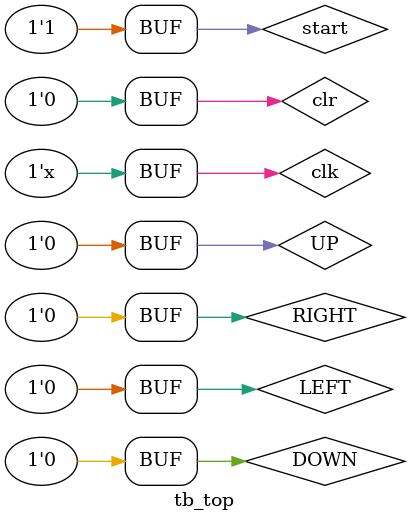
<source format=v>
`timescale 1ns / 1ps


module tb_top();
reg clk,clr,UP,LEFT,RIGHT,DOWN,start;

top u1 (
.clk(clk),
.clr(clr),
.UP(UP),
.LEFT(LEFT),
.RIGHT(RIGHT),
.DOWN(DOWN),
.start(start)
);

always #1 clk=~clk;
initial begin
clk=1;
clr=1;
start=0;
UP=0;
LEFT=0;
RIGHT=0;
DOWN=0;
#5
clr=0;
#5
start=1;
#10
LEFT=1;
#20
LEFT=0;
DOWN=1;
#20
DOWN=0;
#50
UP=1;
#20;
UP=0;
#20
RIGHT=1;
#50
RIGHT=0;
end
endmodule

</source>
